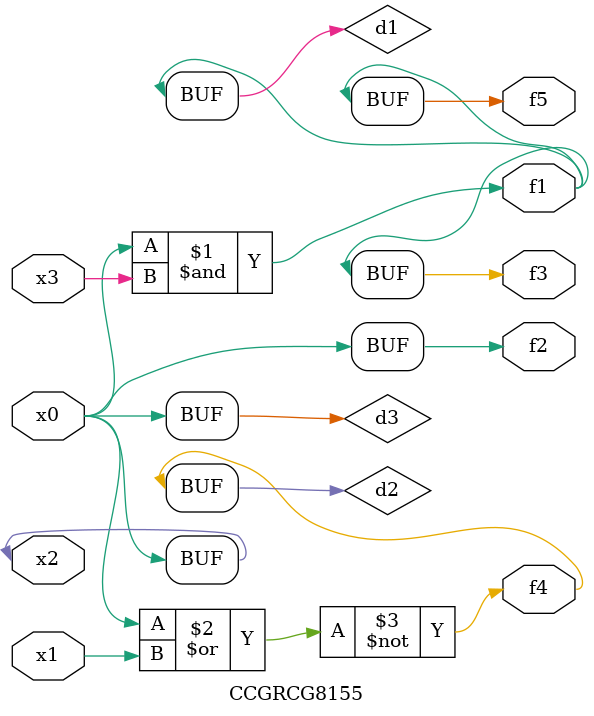
<source format=v>
module CCGRCG8155(
	input x0, x1, x2, x3,
	output f1, f2, f3, f4, f5
);

	wire d1, d2, d3;

	and (d1, x2, x3);
	nor (d2, x0, x1);
	buf (d3, x0, x2);
	assign f1 = d1;
	assign f2 = d3;
	assign f3 = d1;
	assign f4 = d2;
	assign f5 = d1;
endmodule

</source>
